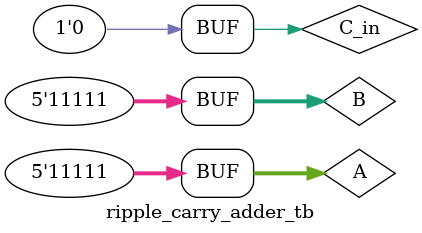
<source format=v>


`include "RCA.v"
 
module ripple_carry_adder_tb ();
 
 parameter n = 5;
 
 reg [n-1:0] A = 0;
 reg [n-1:0] B = 0;
 reg C_in;
 wire [n:0]  S_out;
 wire C_out;
   
 RCA #(.n(n)) dut(.A(A),.B(B),.C_in(C_in),.C_out(C_out),.S_out(S_out));
 
 initial
 begin
      A = 5'b00101;
      B = 5'b01111;
	  C_in =1;
    #10;
      A = 5'b10101;
      B = 5'b01001;
	  C_in =0;
    #10;
      A = 5'b01111;
      B = 5'b11111;
	  C_in =1;
    #10;
      A = 5'b11111;
      B = 5'b11111;
	  C_in =0;
    #10;
end

initial
begin
$monitor ("Value of A is %d, B is %d, Cin is %d, and the calculated sum is %d, as well as the Cout is %d at time %0t",A,B,C_in,S_out,C_out,$time);
end
 
endmodule
</source>
